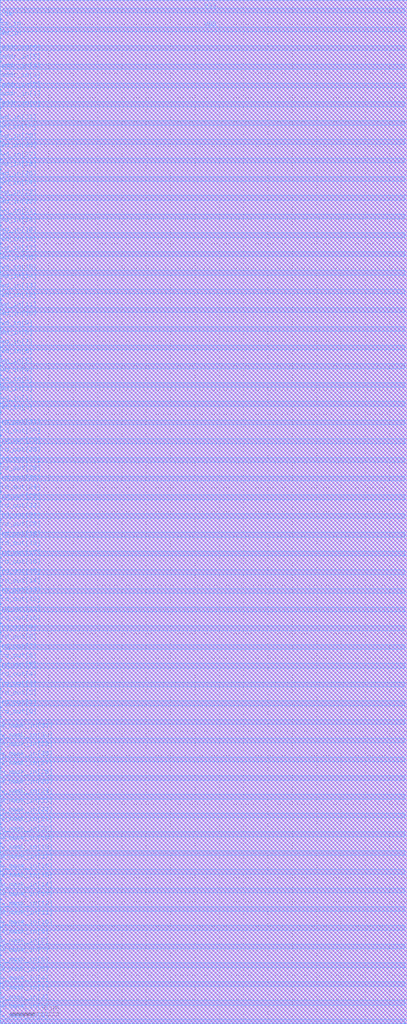
<source format=lef>
# Generated by FakeRAM 2.0
VERSION 5.7 ;
BUSBITCHARS "[]" ;
PROPERTYDEFINITIONS
  MACRO width INTEGER ;
  MACRO depth INTEGER ;
  MACRO banks INTEGER ;
END PROPERTYDEFINITIONS
MACRO fakeram7_sp_128x32
  PROPERTY width 32 ;
  PROPERTY depth 128 ;
  PROPERTY banks 2 ;
  FOREIGN fakeram7_sp_128x32 0 0 ;
  SYMMETRY X Y ;
  SIZE 8.360 BY 21.000 ;
  CLASS BLOCK ;
  PIN w_mask_in[0]
    DIRECTION INPUT ;
    USE SIGNAL ;
    SHAPE ABUTMENT ;
    PORT
      LAYER M4 ;
      RECT 0.000 0.048 0.024 0.072 ;
    END
  END w_mask_in[0]
  PIN w_mask_in[1]
    DIRECTION INPUT ;
    USE SIGNAL ;
    SHAPE ABUTMENT ;
    PORT
      LAYER M4 ;
      RECT 0.000 0.240 0.024 0.264 ;
    END
  END w_mask_in[1]
  PIN w_mask_in[2]
    DIRECTION INPUT ;
    USE SIGNAL ;
    SHAPE ABUTMENT ;
    PORT
      LAYER M4 ;
      RECT 0.000 0.432 0.024 0.456 ;
    END
  END w_mask_in[2]
  PIN w_mask_in[3]
    DIRECTION INPUT ;
    USE SIGNAL ;
    SHAPE ABUTMENT ;
    PORT
      LAYER M4 ;
      RECT 0.000 0.624 0.024 0.648 ;
    END
  END w_mask_in[3]
  PIN w_mask_in[4]
    DIRECTION INPUT ;
    USE SIGNAL ;
    SHAPE ABUTMENT ;
    PORT
      LAYER M4 ;
      RECT 0.000 0.816 0.024 0.840 ;
    END
  END w_mask_in[4]
  PIN w_mask_in[5]
    DIRECTION INPUT ;
    USE SIGNAL ;
    SHAPE ABUTMENT ;
    PORT
      LAYER M4 ;
      RECT 0.000 1.008 0.024 1.032 ;
    END
  END w_mask_in[5]
  PIN w_mask_in[6]
    DIRECTION INPUT ;
    USE SIGNAL ;
    SHAPE ABUTMENT ;
    PORT
      LAYER M4 ;
      RECT 0.000 1.200 0.024 1.224 ;
    END
  END w_mask_in[6]
  PIN w_mask_in[7]
    DIRECTION INPUT ;
    USE SIGNAL ;
    SHAPE ABUTMENT ;
    PORT
      LAYER M4 ;
      RECT 0.000 1.392 0.024 1.416 ;
    END
  END w_mask_in[7]
  PIN w_mask_in[8]
    DIRECTION INPUT ;
    USE SIGNAL ;
    SHAPE ABUTMENT ;
    PORT
      LAYER M4 ;
      RECT 0.000 1.584 0.024 1.608 ;
    END
  END w_mask_in[8]
  PIN w_mask_in[9]
    DIRECTION INPUT ;
    USE SIGNAL ;
    SHAPE ABUTMENT ;
    PORT
      LAYER M4 ;
      RECT 0.000 1.776 0.024 1.800 ;
    END
  END w_mask_in[9]
  PIN w_mask_in[10]
    DIRECTION INPUT ;
    USE SIGNAL ;
    SHAPE ABUTMENT ;
    PORT
      LAYER M4 ;
      RECT 0.000 1.968 0.024 1.992 ;
    END
  END w_mask_in[10]
  PIN w_mask_in[11]
    DIRECTION INPUT ;
    USE SIGNAL ;
    SHAPE ABUTMENT ;
    PORT
      LAYER M4 ;
      RECT 0.000 2.160 0.024 2.184 ;
    END
  END w_mask_in[11]
  PIN w_mask_in[12]
    DIRECTION INPUT ;
    USE SIGNAL ;
    SHAPE ABUTMENT ;
    PORT
      LAYER M4 ;
      RECT 0.000 2.352 0.024 2.376 ;
    END
  END w_mask_in[12]
  PIN w_mask_in[13]
    DIRECTION INPUT ;
    USE SIGNAL ;
    SHAPE ABUTMENT ;
    PORT
      LAYER M4 ;
      RECT 0.000 2.544 0.024 2.568 ;
    END
  END w_mask_in[13]
  PIN w_mask_in[14]
    DIRECTION INPUT ;
    USE SIGNAL ;
    SHAPE ABUTMENT ;
    PORT
      LAYER M4 ;
      RECT 0.000 2.736 0.024 2.760 ;
    END
  END w_mask_in[14]
  PIN w_mask_in[15]
    DIRECTION INPUT ;
    USE SIGNAL ;
    SHAPE ABUTMENT ;
    PORT
      LAYER M4 ;
      RECT 0.000 2.928 0.024 2.952 ;
    END
  END w_mask_in[15]
  PIN w_mask_in[16]
    DIRECTION INPUT ;
    USE SIGNAL ;
    SHAPE ABUTMENT ;
    PORT
      LAYER M4 ;
      RECT 0.000 3.120 0.024 3.144 ;
    END
  END w_mask_in[16]
  PIN w_mask_in[17]
    DIRECTION INPUT ;
    USE SIGNAL ;
    SHAPE ABUTMENT ;
    PORT
      LAYER M4 ;
      RECT 0.000 3.312 0.024 3.336 ;
    END
  END w_mask_in[17]
  PIN w_mask_in[18]
    DIRECTION INPUT ;
    USE SIGNAL ;
    SHAPE ABUTMENT ;
    PORT
      LAYER M4 ;
      RECT 0.000 3.504 0.024 3.528 ;
    END
  END w_mask_in[18]
  PIN w_mask_in[19]
    DIRECTION INPUT ;
    USE SIGNAL ;
    SHAPE ABUTMENT ;
    PORT
      LAYER M4 ;
      RECT 0.000 3.696 0.024 3.720 ;
    END
  END w_mask_in[19]
  PIN w_mask_in[20]
    DIRECTION INPUT ;
    USE SIGNAL ;
    SHAPE ABUTMENT ;
    PORT
      LAYER M4 ;
      RECT 0.000 3.888 0.024 3.912 ;
    END
  END w_mask_in[20]
  PIN w_mask_in[21]
    DIRECTION INPUT ;
    USE SIGNAL ;
    SHAPE ABUTMENT ;
    PORT
      LAYER M4 ;
      RECT 0.000 4.080 0.024 4.104 ;
    END
  END w_mask_in[21]
  PIN w_mask_in[22]
    DIRECTION INPUT ;
    USE SIGNAL ;
    SHAPE ABUTMENT ;
    PORT
      LAYER M4 ;
      RECT 0.000 4.272 0.024 4.296 ;
    END
  END w_mask_in[22]
  PIN w_mask_in[23]
    DIRECTION INPUT ;
    USE SIGNAL ;
    SHAPE ABUTMENT ;
    PORT
      LAYER M4 ;
      RECT 0.000 4.464 0.024 4.488 ;
    END
  END w_mask_in[23]
  PIN w_mask_in[24]
    DIRECTION INPUT ;
    USE SIGNAL ;
    SHAPE ABUTMENT ;
    PORT
      LAYER M4 ;
      RECT 0.000 4.656 0.024 4.680 ;
    END
  END w_mask_in[24]
  PIN w_mask_in[25]
    DIRECTION INPUT ;
    USE SIGNAL ;
    SHAPE ABUTMENT ;
    PORT
      LAYER M4 ;
      RECT 0.000 4.848 0.024 4.872 ;
    END
  END w_mask_in[25]
  PIN w_mask_in[26]
    DIRECTION INPUT ;
    USE SIGNAL ;
    SHAPE ABUTMENT ;
    PORT
      LAYER M4 ;
      RECT 0.000 5.040 0.024 5.064 ;
    END
  END w_mask_in[26]
  PIN w_mask_in[27]
    DIRECTION INPUT ;
    USE SIGNAL ;
    SHAPE ABUTMENT ;
    PORT
      LAYER M4 ;
      RECT 0.000 5.232 0.024 5.256 ;
    END
  END w_mask_in[27]
  PIN w_mask_in[28]
    DIRECTION INPUT ;
    USE SIGNAL ;
    SHAPE ABUTMENT ;
    PORT
      LAYER M4 ;
      RECT 0.000 5.424 0.024 5.448 ;
    END
  END w_mask_in[28]
  PIN w_mask_in[29]
    DIRECTION INPUT ;
    USE SIGNAL ;
    SHAPE ABUTMENT ;
    PORT
      LAYER M4 ;
      RECT 0.000 5.616 0.024 5.640 ;
    END
  END w_mask_in[29]
  PIN w_mask_in[30]
    DIRECTION INPUT ;
    USE SIGNAL ;
    SHAPE ABUTMENT ;
    PORT
      LAYER M4 ;
      RECT 0.000 5.808 0.024 5.832 ;
    END
  END w_mask_in[30]
  PIN w_mask_in[31]
    DIRECTION INPUT ;
    USE SIGNAL ;
    SHAPE ABUTMENT ;
    PORT
      LAYER M4 ;
      RECT 0.000 6.000 0.024 6.024 ;
    END
  END w_mask_in[31]
  PIN rd_out[0]
    DIRECTION OUTPUT ;
    USE SIGNAL ;
    SHAPE ABUTMENT ;
    PORT
      LAYER M4 ;
      RECT 0.000 6.288 0.024 6.312 ;
    END
  END rd_out[0]
  PIN rd_out[1]
    DIRECTION OUTPUT ;
    USE SIGNAL ;
    SHAPE ABUTMENT ;
    PORT
      LAYER M4 ;
      RECT 0.000 6.480 0.024 6.504 ;
    END
  END rd_out[1]
  PIN rd_out[2]
    DIRECTION OUTPUT ;
    USE SIGNAL ;
    SHAPE ABUTMENT ;
    PORT
      LAYER M4 ;
      RECT 0.000 6.672 0.024 6.696 ;
    END
  END rd_out[2]
  PIN rd_out[3]
    DIRECTION OUTPUT ;
    USE SIGNAL ;
    SHAPE ABUTMENT ;
    PORT
      LAYER M4 ;
      RECT 0.000 6.864 0.024 6.888 ;
    END
  END rd_out[3]
  PIN rd_out[4]
    DIRECTION OUTPUT ;
    USE SIGNAL ;
    SHAPE ABUTMENT ;
    PORT
      LAYER M4 ;
      RECT 0.000 7.056 0.024 7.080 ;
    END
  END rd_out[4]
  PIN rd_out[5]
    DIRECTION OUTPUT ;
    USE SIGNAL ;
    SHAPE ABUTMENT ;
    PORT
      LAYER M4 ;
      RECT 0.000 7.248 0.024 7.272 ;
    END
  END rd_out[5]
  PIN rd_out[6]
    DIRECTION OUTPUT ;
    USE SIGNAL ;
    SHAPE ABUTMENT ;
    PORT
      LAYER M4 ;
      RECT 0.000 7.440 0.024 7.464 ;
    END
  END rd_out[6]
  PIN rd_out[7]
    DIRECTION OUTPUT ;
    USE SIGNAL ;
    SHAPE ABUTMENT ;
    PORT
      LAYER M4 ;
      RECT 0.000 7.632 0.024 7.656 ;
    END
  END rd_out[7]
  PIN rd_out[8]
    DIRECTION OUTPUT ;
    USE SIGNAL ;
    SHAPE ABUTMENT ;
    PORT
      LAYER M4 ;
      RECT 0.000 7.824 0.024 7.848 ;
    END
  END rd_out[8]
  PIN rd_out[9]
    DIRECTION OUTPUT ;
    USE SIGNAL ;
    SHAPE ABUTMENT ;
    PORT
      LAYER M4 ;
      RECT 0.000 8.016 0.024 8.040 ;
    END
  END rd_out[9]
  PIN rd_out[10]
    DIRECTION OUTPUT ;
    USE SIGNAL ;
    SHAPE ABUTMENT ;
    PORT
      LAYER M4 ;
      RECT 0.000 8.208 0.024 8.232 ;
    END
  END rd_out[10]
  PIN rd_out[11]
    DIRECTION OUTPUT ;
    USE SIGNAL ;
    SHAPE ABUTMENT ;
    PORT
      LAYER M4 ;
      RECT 0.000 8.400 0.024 8.424 ;
    END
  END rd_out[11]
  PIN rd_out[12]
    DIRECTION OUTPUT ;
    USE SIGNAL ;
    SHAPE ABUTMENT ;
    PORT
      LAYER M4 ;
      RECT 0.000 8.592 0.024 8.616 ;
    END
  END rd_out[12]
  PIN rd_out[13]
    DIRECTION OUTPUT ;
    USE SIGNAL ;
    SHAPE ABUTMENT ;
    PORT
      LAYER M4 ;
      RECT 0.000 8.784 0.024 8.808 ;
    END
  END rd_out[13]
  PIN rd_out[14]
    DIRECTION OUTPUT ;
    USE SIGNAL ;
    SHAPE ABUTMENT ;
    PORT
      LAYER M4 ;
      RECT 0.000 8.976 0.024 9.000 ;
    END
  END rd_out[14]
  PIN rd_out[15]
    DIRECTION OUTPUT ;
    USE SIGNAL ;
    SHAPE ABUTMENT ;
    PORT
      LAYER M4 ;
      RECT 0.000 9.168 0.024 9.192 ;
    END
  END rd_out[15]
  PIN rd_out[16]
    DIRECTION OUTPUT ;
    USE SIGNAL ;
    SHAPE ABUTMENT ;
    PORT
      LAYER M4 ;
      RECT 0.000 9.360 0.024 9.384 ;
    END
  END rd_out[16]
  PIN rd_out[17]
    DIRECTION OUTPUT ;
    USE SIGNAL ;
    SHAPE ABUTMENT ;
    PORT
      LAYER M4 ;
      RECT 0.000 9.552 0.024 9.576 ;
    END
  END rd_out[17]
  PIN rd_out[18]
    DIRECTION OUTPUT ;
    USE SIGNAL ;
    SHAPE ABUTMENT ;
    PORT
      LAYER M4 ;
      RECT 0.000 9.744 0.024 9.768 ;
    END
  END rd_out[18]
  PIN rd_out[19]
    DIRECTION OUTPUT ;
    USE SIGNAL ;
    SHAPE ABUTMENT ;
    PORT
      LAYER M4 ;
      RECT 0.000 9.936 0.024 9.960 ;
    END
  END rd_out[19]
  PIN rd_out[20]
    DIRECTION OUTPUT ;
    USE SIGNAL ;
    SHAPE ABUTMENT ;
    PORT
      LAYER M4 ;
      RECT 0.000 10.128 0.024 10.152 ;
    END
  END rd_out[20]
  PIN rd_out[21]
    DIRECTION OUTPUT ;
    USE SIGNAL ;
    SHAPE ABUTMENT ;
    PORT
      LAYER M4 ;
      RECT 0.000 10.320 0.024 10.344 ;
    END
  END rd_out[21]
  PIN rd_out[22]
    DIRECTION OUTPUT ;
    USE SIGNAL ;
    SHAPE ABUTMENT ;
    PORT
      LAYER M4 ;
      RECT 0.000 10.512 0.024 10.536 ;
    END
  END rd_out[22]
  PIN rd_out[23]
    DIRECTION OUTPUT ;
    USE SIGNAL ;
    SHAPE ABUTMENT ;
    PORT
      LAYER M4 ;
      RECT 0.000 10.704 0.024 10.728 ;
    END
  END rd_out[23]
  PIN rd_out[24]
    DIRECTION OUTPUT ;
    USE SIGNAL ;
    SHAPE ABUTMENT ;
    PORT
      LAYER M4 ;
      RECT 0.000 10.896 0.024 10.920 ;
    END
  END rd_out[24]
  PIN rd_out[25]
    DIRECTION OUTPUT ;
    USE SIGNAL ;
    SHAPE ABUTMENT ;
    PORT
      LAYER M4 ;
      RECT 0.000 11.088 0.024 11.112 ;
    END
  END rd_out[25]
  PIN rd_out[26]
    DIRECTION OUTPUT ;
    USE SIGNAL ;
    SHAPE ABUTMENT ;
    PORT
      LAYER M4 ;
      RECT 0.000 11.280 0.024 11.304 ;
    END
  END rd_out[26]
  PIN rd_out[27]
    DIRECTION OUTPUT ;
    USE SIGNAL ;
    SHAPE ABUTMENT ;
    PORT
      LAYER M4 ;
      RECT 0.000 11.472 0.024 11.496 ;
    END
  END rd_out[27]
  PIN rd_out[28]
    DIRECTION OUTPUT ;
    USE SIGNAL ;
    SHAPE ABUTMENT ;
    PORT
      LAYER M4 ;
      RECT 0.000 11.664 0.024 11.688 ;
    END
  END rd_out[28]
  PIN rd_out[29]
    DIRECTION OUTPUT ;
    USE SIGNAL ;
    SHAPE ABUTMENT ;
    PORT
      LAYER M4 ;
      RECT 0.000 11.856 0.024 11.880 ;
    END
  END rd_out[29]
  PIN rd_out[30]
    DIRECTION OUTPUT ;
    USE SIGNAL ;
    SHAPE ABUTMENT ;
    PORT
      LAYER M4 ;
      RECT 0.000 12.048 0.024 12.072 ;
    END
  END rd_out[30]
  PIN rd_out[31]
    DIRECTION OUTPUT ;
    USE SIGNAL ;
    SHAPE ABUTMENT ;
    PORT
      LAYER M4 ;
      RECT 0.000 12.240 0.024 12.264 ;
    END
  END rd_out[31]
  PIN wd_in[0]
    DIRECTION INPUT ;
    USE SIGNAL ;
    SHAPE ABUTMENT ;
    PORT
      LAYER M4 ;
      RECT 0.000 12.528 0.024 12.552 ;
    END
  END wd_in[0]
  PIN wd_in[1]
    DIRECTION INPUT ;
    USE SIGNAL ;
    SHAPE ABUTMENT ;
    PORT
      LAYER M4 ;
      RECT 0.000 12.720 0.024 12.744 ;
    END
  END wd_in[1]
  PIN wd_in[2]
    DIRECTION INPUT ;
    USE SIGNAL ;
    SHAPE ABUTMENT ;
    PORT
      LAYER M4 ;
      RECT 0.000 12.912 0.024 12.936 ;
    END
  END wd_in[2]
  PIN wd_in[3]
    DIRECTION INPUT ;
    USE SIGNAL ;
    SHAPE ABUTMENT ;
    PORT
      LAYER M4 ;
      RECT 0.000 13.104 0.024 13.128 ;
    END
  END wd_in[3]
  PIN wd_in[4]
    DIRECTION INPUT ;
    USE SIGNAL ;
    SHAPE ABUTMENT ;
    PORT
      LAYER M4 ;
      RECT 0.000 13.296 0.024 13.320 ;
    END
  END wd_in[4]
  PIN wd_in[5]
    DIRECTION INPUT ;
    USE SIGNAL ;
    SHAPE ABUTMENT ;
    PORT
      LAYER M4 ;
      RECT 0.000 13.488 0.024 13.512 ;
    END
  END wd_in[5]
  PIN wd_in[6]
    DIRECTION INPUT ;
    USE SIGNAL ;
    SHAPE ABUTMENT ;
    PORT
      LAYER M4 ;
      RECT 0.000 13.680 0.024 13.704 ;
    END
  END wd_in[6]
  PIN wd_in[7]
    DIRECTION INPUT ;
    USE SIGNAL ;
    SHAPE ABUTMENT ;
    PORT
      LAYER M4 ;
      RECT 0.000 13.872 0.024 13.896 ;
    END
  END wd_in[7]
  PIN wd_in[8]
    DIRECTION INPUT ;
    USE SIGNAL ;
    SHAPE ABUTMENT ;
    PORT
      LAYER M4 ;
      RECT 0.000 14.064 0.024 14.088 ;
    END
  END wd_in[8]
  PIN wd_in[9]
    DIRECTION INPUT ;
    USE SIGNAL ;
    SHAPE ABUTMENT ;
    PORT
      LAYER M4 ;
      RECT 0.000 14.256 0.024 14.280 ;
    END
  END wd_in[9]
  PIN wd_in[10]
    DIRECTION INPUT ;
    USE SIGNAL ;
    SHAPE ABUTMENT ;
    PORT
      LAYER M4 ;
      RECT 0.000 14.448 0.024 14.472 ;
    END
  END wd_in[10]
  PIN wd_in[11]
    DIRECTION INPUT ;
    USE SIGNAL ;
    SHAPE ABUTMENT ;
    PORT
      LAYER M4 ;
      RECT 0.000 14.640 0.024 14.664 ;
    END
  END wd_in[11]
  PIN wd_in[12]
    DIRECTION INPUT ;
    USE SIGNAL ;
    SHAPE ABUTMENT ;
    PORT
      LAYER M4 ;
      RECT 0.000 14.832 0.024 14.856 ;
    END
  END wd_in[12]
  PIN wd_in[13]
    DIRECTION INPUT ;
    USE SIGNAL ;
    SHAPE ABUTMENT ;
    PORT
      LAYER M4 ;
      RECT 0.000 15.024 0.024 15.048 ;
    END
  END wd_in[13]
  PIN wd_in[14]
    DIRECTION INPUT ;
    USE SIGNAL ;
    SHAPE ABUTMENT ;
    PORT
      LAYER M4 ;
      RECT 0.000 15.216 0.024 15.240 ;
    END
  END wd_in[14]
  PIN wd_in[15]
    DIRECTION INPUT ;
    USE SIGNAL ;
    SHAPE ABUTMENT ;
    PORT
      LAYER M4 ;
      RECT 0.000 15.408 0.024 15.432 ;
    END
  END wd_in[15]
  PIN wd_in[16]
    DIRECTION INPUT ;
    USE SIGNAL ;
    SHAPE ABUTMENT ;
    PORT
      LAYER M4 ;
      RECT 0.000 15.600 0.024 15.624 ;
    END
  END wd_in[16]
  PIN wd_in[17]
    DIRECTION INPUT ;
    USE SIGNAL ;
    SHAPE ABUTMENT ;
    PORT
      LAYER M4 ;
      RECT 0.000 15.792 0.024 15.816 ;
    END
  END wd_in[17]
  PIN wd_in[18]
    DIRECTION INPUT ;
    USE SIGNAL ;
    SHAPE ABUTMENT ;
    PORT
      LAYER M4 ;
      RECT 0.000 15.984 0.024 16.008 ;
    END
  END wd_in[18]
  PIN wd_in[19]
    DIRECTION INPUT ;
    USE SIGNAL ;
    SHAPE ABUTMENT ;
    PORT
      LAYER M4 ;
      RECT 0.000 16.176 0.024 16.200 ;
    END
  END wd_in[19]
  PIN wd_in[20]
    DIRECTION INPUT ;
    USE SIGNAL ;
    SHAPE ABUTMENT ;
    PORT
      LAYER M4 ;
      RECT 0.000 16.368 0.024 16.392 ;
    END
  END wd_in[20]
  PIN wd_in[21]
    DIRECTION INPUT ;
    USE SIGNAL ;
    SHAPE ABUTMENT ;
    PORT
      LAYER M4 ;
      RECT 0.000 16.560 0.024 16.584 ;
    END
  END wd_in[21]
  PIN wd_in[22]
    DIRECTION INPUT ;
    USE SIGNAL ;
    SHAPE ABUTMENT ;
    PORT
      LAYER M4 ;
      RECT 0.000 16.752 0.024 16.776 ;
    END
  END wd_in[22]
  PIN wd_in[23]
    DIRECTION INPUT ;
    USE SIGNAL ;
    SHAPE ABUTMENT ;
    PORT
      LAYER M4 ;
      RECT 0.000 16.944 0.024 16.968 ;
    END
  END wd_in[23]
  PIN wd_in[24]
    DIRECTION INPUT ;
    USE SIGNAL ;
    SHAPE ABUTMENT ;
    PORT
      LAYER M4 ;
      RECT 0.000 17.136 0.024 17.160 ;
    END
  END wd_in[24]
  PIN wd_in[25]
    DIRECTION INPUT ;
    USE SIGNAL ;
    SHAPE ABUTMENT ;
    PORT
      LAYER M4 ;
      RECT 0.000 17.328 0.024 17.352 ;
    END
  END wd_in[25]
  PIN wd_in[26]
    DIRECTION INPUT ;
    USE SIGNAL ;
    SHAPE ABUTMENT ;
    PORT
      LAYER M4 ;
      RECT 0.000 17.520 0.024 17.544 ;
    END
  END wd_in[26]
  PIN wd_in[27]
    DIRECTION INPUT ;
    USE SIGNAL ;
    SHAPE ABUTMENT ;
    PORT
      LAYER M4 ;
      RECT 0.000 17.712 0.024 17.736 ;
    END
  END wd_in[27]
  PIN wd_in[28]
    DIRECTION INPUT ;
    USE SIGNAL ;
    SHAPE ABUTMENT ;
    PORT
      LAYER M4 ;
      RECT 0.000 17.904 0.024 17.928 ;
    END
  END wd_in[28]
  PIN wd_in[29]
    DIRECTION INPUT ;
    USE SIGNAL ;
    SHAPE ABUTMENT ;
    PORT
      LAYER M4 ;
      RECT 0.000 18.096 0.024 18.120 ;
    END
  END wd_in[29]
  PIN wd_in[30]
    DIRECTION INPUT ;
    USE SIGNAL ;
    SHAPE ABUTMENT ;
    PORT
      LAYER M4 ;
      RECT 0.000 18.288 0.024 18.312 ;
    END
  END wd_in[30]
  PIN wd_in[31]
    DIRECTION INPUT ;
    USE SIGNAL ;
    SHAPE ABUTMENT ;
    PORT
      LAYER M4 ;
      RECT 0.000 18.480 0.024 18.504 ;
    END
  END wd_in[31]
  PIN addr_in[0]
    DIRECTION INPUT ;
    USE SIGNAL ;
    SHAPE ABUTMENT ;
    PORT
      LAYER M4 ;
      RECT 0.000 18.768 0.024 18.792 ;
    END
  END addr_in[0]
  PIN addr_in[1]
    DIRECTION INPUT ;
    USE SIGNAL ;
    SHAPE ABUTMENT ;
    PORT
      LAYER M4 ;
      RECT 0.000 18.960 0.024 18.984 ;
    END
  END addr_in[1]
  PIN addr_in[2]
    DIRECTION INPUT ;
    USE SIGNAL ;
    SHAPE ABUTMENT ;
    PORT
      LAYER M4 ;
      RECT 0.000 19.152 0.024 19.176 ;
    END
  END addr_in[2]
  PIN addr_in[3]
    DIRECTION INPUT ;
    USE SIGNAL ;
    SHAPE ABUTMENT ;
    PORT
      LAYER M4 ;
      RECT 0.000 19.344 0.024 19.368 ;
    END
  END addr_in[3]
  PIN addr_in[4]
    DIRECTION INPUT ;
    USE SIGNAL ;
    SHAPE ABUTMENT ;
    PORT
      LAYER M4 ;
      RECT 0.000 19.536 0.024 19.560 ;
    END
  END addr_in[4]
  PIN addr_in[5]
    DIRECTION INPUT ;
    USE SIGNAL ;
    SHAPE ABUTMENT ;
    PORT
      LAYER M4 ;
      RECT 0.000 19.728 0.024 19.752 ;
    END
  END addr_in[5]
  PIN addr_in[6]
    DIRECTION INPUT ;
    USE SIGNAL ;
    SHAPE ABUTMENT ;
    PORT
      LAYER M4 ;
      RECT 0.000 19.920 0.024 19.944 ;
    END
  END addr_in[6]
  PIN we_in
    DIRECTION INPUT ;
    USE SIGNAL ;
    SHAPE ABUTMENT ;
    PORT
      LAYER M4 ;
      RECT 0.000 20.208 0.024 20.232 ;
    END
  END we_in
  PIN ce_in
    DIRECTION INPUT ;
    USE SIGNAL ;
    SHAPE ABUTMENT ;
    PORT
      LAYER M4 ;
      RECT 0.000 20.400 0.024 20.424 ;
    END
  END ce_in
  PIN clk
    DIRECTION INPUT ;
    USE SIGNAL ;
    SHAPE ABUTMENT ;
    PORT
      LAYER M4 ;
      RECT 0.000 20.592 0.024 20.616 ;
    END
  END clk
  PIN VSS
    DIRECTION INOUT ;
    USE GROUND ;
    PORT
      LAYER M4 ;
      RECT 0.048 0.000 8.312 0.096 ;
      RECT 0.048 0.768 8.312 0.864 ;
      RECT 0.048 1.536 8.312 1.632 ;
      RECT 0.048 2.304 8.312 2.400 ;
      RECT 0.048 3.072 8.312 3.168 ;
      RECT 0.048 3.840 8.312 3.936 ;
      RECT 0.048 4.608 8.312 4.704 ;
      RECT 0.048 5.376 8.312 5.472 ;
      RECT 0.048 6.144 8.312 6.240 ;
      RECT 0.048 6.912 8.312 7.008 ;
      RECT 0.048 7.680 8.312 7.776 ;
      RECT 0.048 8.448 8.312 8.544 ;
      RECT 0.048 9.216 8.312 9.312 ;
      RECT 0.048 9.984 8.312 10.080 ;
      RECT 0.048 10.752 8.312 10.848 ;
      RECT 0.048 11.520 8.312 11.616 ;
      RECT 0.048 12.288 8.312 12.384 ;
      RECT 0.048 13.056 8.312 13.152 ;
      RECT 0.048 13.824 8.312 13.920 ;
      RECT 0.048 14.592 8.312 14.688 ;
      RECT 0.048 15.360 8.312 15.456 ;
      RECT 0.048 16.128 8.312 16.224 ;
      RECT 0.048 16.896 8.312 16.992 ;
      RECT 0.048 17.664 8.312 17.760 ;
      RECT 0.048 18.432 8.312 18.528 ;
      RECT 0.048 19.200 8.312 19.296 ;
      RECT 0.048 19.968 8.312 20.064 ;
      RECT 0.048 20.736 8.312 20.832 ;
    END
  END VSS
  PIN VDD
    DIRECTION INOUT ;
    USE POWER ;
    PORT
      LAYER M4 ;
      RECT 0.048 0.384 8.312 0.480 ;
      RECT 0.048 1.152 8.312 1.248 ;
      RECT 0.048 1.920 8.312 2.016 ;
      RECT 0.048 2.688 8.312 2.784 ;
      RECT 0.048 3.456 8.312 3.552 ;
      RECT 0.048 4.224 8.312 4.320 ;
      RECT 0.048 4.992 8.312 5.088 ;
      RECT 0.048 5.760 8.312 5.856 ;
      RECT 0.048 6.528 8.312 6.624 ;
      RECT 0.048 7.296 8.312 7.392 ;
      RECT 0.048 8.064 8.312 8.160 ;
      RECT 0.048 8.832 8.312 8.928 ;
      RECT 0.048 9.600 8.312 9.696 ;
      RECT 0.048 10.368 8.312 10.464 ;
      RECT 0.048 11.136 8.312 11.232 ;
      RECT 0.048 11.904 8.312 12.000 ;
      RECT 0.048 12.672 8.312 12.768 ;
      RECT 0.048 13.440 8.312 13.536 ;
      RECT 0.048 14.208 8.312 14.304 ;
      RECT 0.048 14.976 8.312 15.072 ;
      RECT 0.048 15.744 8.312 15.840 ;
      RECT 0.048 16.512 8.312 16.608 ;
      RECT 0.048 17.280 8.312 17.376 ;
      RECT 0.048 18.048 8.312 18.144 ;
      RECT 0.048 18.816 8.312 18.912 ;
      RECT 0.048 19.584 8.312 19.680 ;
      RECT 0.048 20.352 8.312 20.448 ;
    END
  END VDD
  OBS
    LAYER M1 ;
    RECT 0 0 8.360 21.000 ;
    LAYER M2 ;
    RECT 0 0 8.360 21.000 ;
    LAYER M3 ;
    RECT 0 0 8.360 21.000 ;
    LAYER M4 ;
    RECT 0 0 8.360 21.000 ;
  END
END fakeram7_sp_128x32

END LIBRARY

</source>
